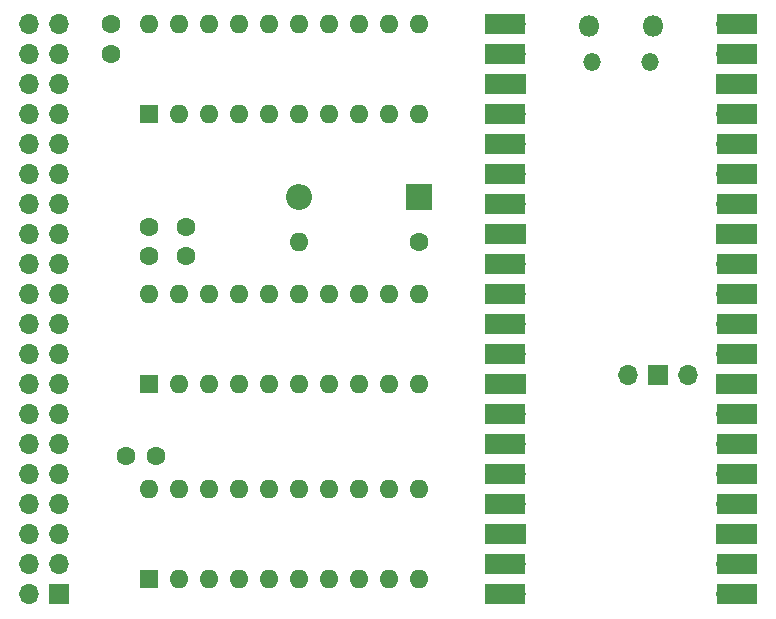
<source format=gts>
%TF.GenerationSoftware,KiCad,Pcbnew,(6.0.8-1)-1*%
%TF.CreationDate,2022-11-03T22:23:09+08:00*%
%TF.ProjectId,PCB,5043422e-6b69-4636-9164-5f7063625858,rev?*%
%TF.SameCoordinates,Original*%
%TF.FileFunction,Soldermask,Top*%
%TF.FilePolarity,Negative*%
%FSLAX46Y46*%
G04 Gerber Fmt 4.6, Leading zero omitted, Abs format (unit mm)*
G04 Created by KiCad (PCBNEW (6.0.8-1)-1) date 2022-11-03 22:23:09*
%MOMM*%
%LPD*%
G01*
G04 APERTURE LIST*
%ADD10R,2.200000X2.200000*%
%ADD11O,2.200000X2.200000*%
%ADD12O,1.500000X1.500000*%
%ADD13O,1.800000X1.800000*%
%ADD14R,3.500000X1.700000*%
%ADD15O,1.700000X1.700000*%
%ADD16R,1.700000X1.700000*%
%ADD17R,1.600000X1.600000*%
%ADD18O,1.600000X1.600000*%
%ADD19C,1.600000*%
G04 APERTURE END LIST*
D10*
X83820000Y-83185000D03*
D11*
X73660000Y-83185000D03*
D12*
X103390000Y-71740000D03*
D13*
X103690000Y-68710000D03*
D12*
X98540000Y-71740000D03*
D13*
X98240000Y-68710000D03*
D14*
X91175000Y-68580000D03*
D15*
X92075000Y-68580000D03*
X92075000Y-71120000D03*
D14*
X91175000Y-71120000D03*
X91175000Y-73660000D03*
D16*
X92075000Y-73660000D03*
D15*
X92075000Y-76200000D03*
D14*
X91175000Y-76200000D03*
D15*
X92075000Y-78740000D03*
D14*
X91175000Y-78740000D03*
X91175000Y-81280000D03*
D15*
X92075000Y-81280000D03*
X92075000Y-83820000D03*
D14*
X91175000Y-83820000D03*
D16*
X92075000Y-86360000D03*
D14*
X91175000Y-86360000D03*
X91175000Y-88900000D03*
D15*
X92075000Y-88900000D03*
D14*
X91175000Y-91440000D03*
D15*
X92075000Y-91440000D03*
D14*
X91175000Y-93980000D03*
D15*
X92075000Y-93980000D03*
D14*
X91175000Y-96520000D03*
D15*
X92075000Y-96520000D03*
D14*
X91175000Y-99060000D03*
D16*
X92075000Y-99060000D03*
D14*
X91175000Y-101600000D03*
D15*
X92075000Y-101600000D03*
X92075000Y-104140000D03*
D14*
X91175000Y-104140000D03*
D15*
X92075000Y-106680000D03*
D14*
X91175000Y-106680000D03*
X91175000Y-109220000D03*
D15*
X92075000Y-109220000D03*
D14*
X91175000Y-111760000D03*
D16*
X92075000Y-111760000D03*
D14*
X91175000Y-114300000D03*
D15*
X92075000Y-114300000D03*
D14*
X91175000Y-116840000D03*
D15*
X92075000Y-116840000D03*
D14*
X110755000Y-116840000D03*
D15*
X109855000Y-116840000D03*
D14*
X110755000Y-114300000D03*
D15*
X109855000Y-114300000D03*
D14*
X110755000Y-111760000D03*
D16*
X109855000Y-111760000D03*
D15*
X109855000Y-109220000D03*
D14*
X110755000Y-109220000D03*
D15*
X109855000Y-106680000D03*
D14*
X110755000Y-106680000D03*
D15*
X109855000Y-104140000D03*
D14*
X110755000Y-104140000D03*
X110755000Y-101600000D03*
D15*
X109855000Y-101600000D03*
D16*
X109855000Y-99060000D03*
D14*
X110755000Y-99060000D03*
X110755000Y-96520000D03*
D15*
X109855000Y-96520000D03*
D14*
X110755000Y-93980000D03*
D15*
X109855000Y-93980000D03*
X109855000Y-91440000D03*
D14*
X110755000Y-91440000D03*
D15*
X109855000Y-88900000D03*
D14*
X110755000Y-88900000D03*
D16*
X109855000Y-86360000D03*
D14*
X110755000Y-86360000D03*
X110755000Y-83820000D03*
D15*
X109855000Y-83820000D03*
D14*
X110755000Y-81280000D03*
D15*
X109855000Y-81280000D03*
X109855000Y-78740000D03*
D14*
X110755000Y-78740000D03*
X110755000Y-76200000D03*
D15*
X109855000Y-76200000D03*
D16*
X109855000Y-73660000D03*
D14*
X110755000Y-73660000D03*
X110755000Y-71120000D03*
D15*
X109855000Y-71120000D03*
D14*
X110755000Y-68580000D03*
D15*
X109855000Y-68580000D03*
X101549100Y-98310000D03*
D16*
X104089100Y-98310000D03*
D15*
X106629100Y-98310000D03*
D17*
X60960000Y-115560000D03*
D18*
X63500000Y-115560000D03*
X66040000Y-115560000D03*
X68580000Y-115560000D03*
X71120000Y-115560000D03*
X73660000Y-115560000D03*
X76200000Y-115560000D03*
X78740000Y-115560000D03*
X81280000Y-115560000D03*
X83820000Y-115560000D03*
X83820000Y-107940000D03*
X81280000Y-107940000D03*
X78740000Y-107940000D03*
X76200000Y-107940000D03*
X73660000Y-107940000D03*
X71120000Y-107940000D03*
X68580000Y-107940000D03*
X66040000Y-107940000D03*
X63500000Y-107940000D03*
X60960000Y-107940000D03*
D17*
X60960000Y-76200000D03*
D18*
X63500000Y-76200000D03*
X66040000Y-76200000D03*
X68580000Y-76200000D03*
X71120000Y-76200000D03*
X73660000Y-76200000D03*
X76200000Y-76200000D03*
X78740000Y-76200000D03*
X81280000Y-76200000D03*
X83820000Y-76200000D03*
X83820000Y-68580000D03*
X81280000Y-68580000D03*
X78740000Y-68580000D03*
X76200000Y-68580000D03*
X73660000Y-68580000D03*
X71120000Y-68580000D03*
X68580000Y-68580000D03*
X66040000Y-68580000D03*
X63500000Y-68580000D03*
X60960000Y-68580000D03*
D19*
X57800000Y-68580000D03*
X57800000Y-71080000D03*
X60960000Y-88225000D03*
X60960000Y-85725000D03*
X59095000Y-105156000D03*
X61595000Y-105156000D03*
X83820000Y-86995000D03*
D18*
X73660000Y-86995000D03*
D17*
X60965000Y-99050000D03*
D18*
X63505000Y-99050000D03*
X66045000Y-99050000D03*
X68585000Y-99050000D03*
X71125000Y-99050000D03*
X73665000Y-99050000D03*
X76205000Y-99050000D03*
X78745000Y-99050000D03*
X81285000Y-99050000D03*
X83825000Y-99050000D03*
X83825000Y-91430000D03*
X81285000Y-91430000D03*
X78745000Y-91430000D03*
X76205000Y-91430000D03*
X73665000Y-91430000D03*
X71125000Y-91430000D03*
X68585000Y-91430000D03*
X66045000Y-91430000D03*
X63505000Y-91430000D03*
X60965000Y-91430000D03*
D19*
X64135000Y-88225000D03*
X64135000Y-85725000D03*
D16*
X53340000Y-116840000D03*
D15*
X50800000Y-116840000D03*
X53340000Y-114300000D03*
X50800000Y-114300000D03*
X53340000Y-111760000D03*
X50800000Y-111760000D03*
X53340000Y-109220000D03*
X50800000Y-109220000D03*
X53340000Y-106680000D03*
X50800000Y-106680000D03*
X53340000Y-104140000D03*
X50800000Y-104140000D03*
X53340000Y-101600000D03*
X50800000Y-101600000D03*
X53340000Y-99060000D03*
X50800000Y-99060000D03*
X53340000Y-96520000D03*
X50800000Y-96520000D03*
X53340000Y-93980000D03*
X50800000Y-93980000D03*
X53340000Y-91440000D03*
X50800000Y-91440000D03*
X53340000Y-88900000D03*
X50800000Y-88900000D03*
X53340000Y-86360000D03*
X50800000Y-86360000D03*
X53340000Y-83820000D03*
X50800000Y-83820000D03*
X53340000Y-81280000D03*
X50800000Y-81280000D03*
X53340000Y-78740000D03*
X50800000Y-78740000D03*
X53340000Y-76200000D03*
X50800000Y-76200000D03*
X53340000Y-73660000D03*
X50800000Y-73660000D03*
X53340000Y-71120000D03*
X50800000Y-71120000D03*
X53340000Y-68580000D03*
X50800000Y-68580000D03*
M02*

</source>
